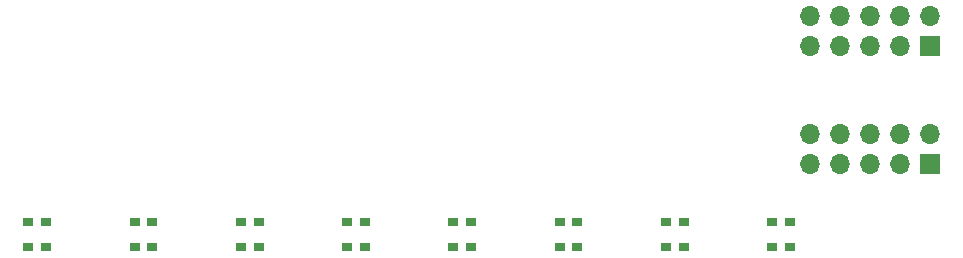
<source format=gts>
G04 #@! TF.GenerationSoftware,KiCad,Pcbnew,(5.1.6-0-10_14)*
G04 #@! TF.CreationDate,2020-08-07T16:02:09+09:00*
G04 #@! TF.ProjectId,qPCR-photoarray,71504352-2d70-4686-9f74-6f6172726179,rev?*
G04 #@! TF.SameCoordinates,Original*
G04 #@! TF.FileFunction,Soldermask,Top*
G04 #@! TF.FilePolarity,Negative*
%FSLAX46Y46*%
G04 Gerber Fmt 4.6, Leading zero omitted, Abs format (unit mm)*
G04 Created by KiCad (PCBNEW (5.1.6-0-10_14)) date 2020-08-07 16:02:09*
%MOMM*%
%LPD*%
G01*
G04 APERTURE LIST*
%ADD10R,1.700000X1.700000*%
%ADD11O,1.700000X1.700000*%
%ADD12R,0.900000X0.800000*%
G04 APERTURE END LIST*
D10*
G04 #@! TO.C,U2*
X193095000Y-102000000D03*
D11*
X193095000Y-99460000D03*
X190555000Y-102000000D03*
X190555000Y-99460000D03*
X188015000Y-102000000D03*
X188015000Y-99460000D03*
X185475000Y-102000000D03*
X185475000Y-99460000D03*
X182935000Y-102000000D03*
X182935000Y-99460000D03*
G04 #@! TD*
G04 #@! TO.C,U1*
X182935000Y-89460000D03*
X182935000Y-92000000D03*
X185475000Y-89460000D03*
X185475000Y-92000000D03*
X188015000Y-89460000D03*
X188015000Y-92000000D03*
X190555000Y-89460000D03*
X190555000Y-92000000D03*
X193095000Y-89460000D03*
D10*
X193095000Y-92000000D03*
G04 #@! TD*
D12*
G04 #@! TO.C,D1*
X116750000Y-109050000D03*
X116750000Y-106950000D03*
G04 #@! TD*
G04 #@! TO.C,D2*
X118250000Y-106950000D03*
X118250000Y-109050000D03*
G04 #@! TD*
G04 #@! TO.C,D3*
X125750000Y-109050000D03*
X125750000Y-106950000D03*
G04 #@! TD*
G04 #@! TO.C,D4*
X127250000Y-106950000D03*
X127250000Y-109050000D03*
G04 #@! TD*
G04 #@! TO.C,D5*
X134750000Y-109050000D03*
X134750000Y-106950000D03*
G04 #@! TD*
G04 #@! TO.C,D6*
X136250000Y-106950000D03*
X136250000Y-109050000D03*
G04 #@! TD*
G04 #@! TO.C,D7*
X143750000Y-109050000D03*
X143750000Y-106950000D03*
G04 #@! TD*
G04 #@! TO.C,D8*
X145250000Y-106950000D03*
X145250000Y-109050000D03*
G04 #@! TD*
G04 #@! TO.C,D9*
X152750000Y-109050000D03*
X152750000Y-106950000D03*
G04 #@! TD*
G04 #@! TO.C,D10*
X154250000Y-106950000D03*
X154250000Y-109050000D03*
G04 #@! TD*
G04 #@! TO.C,D11*
X161750000Y-109050000D03*
X161750000Y-106950000D03*
G04 #@! TD*
G04 #@! TO.C,D12*
X163250000Y-106950000D03*
X163250000Y-109050000D03*
G04 #@! TD*
G04 #@! TO.C,D13*
X170750000Y-109050000D03*
X170750000Y-106950000D03*
G04 #@! TD*
G04 #@! TO.C,D14*
X172250000Y-106950000D03*
X172250000Y-109050000D03*
G04 #@! TD*
G04 #@! TO.C,D15*
X179750000Y-109050000D03*
X179750000Y-106950000D03*
G04 #@! TD*
G04 #@! TO.C,D16*
X181250000Y-106950000D03*
X181250000Y-109050000D03*
G04 #@! TD*
M02*

</source>
